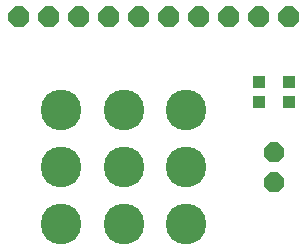
<source format=gbr>
G04 EAGLE Gerber RS-274X export*
G75*
%MOMM*%
%FSLAX34Y34*%
%LPD*%
%INSoldermask Top*%
%IPPOS*%
%AMOC8*
5,1,8,0,0,1.08239X$1,22.5*%
G01*
%ADD10P,1.814519X8X292.500000*%
%ADD11R,1.100000X1.000000*%
%ADD12C,3.450000*%
%ADD13P,1.924489X8X112.500000*%


D10*
X241300Y114300D03*
X241300Y88900D03*
D11*
X254000Y156600D03*
X254000Y173600D03*
D12*
X61300Y149600D03*
X114300Y149600D03*
X167300Y149600D03*
X61300Y101600D03*
X114300Y101600D03*
X167300Y101600D03*
X61300Y53600D03*
X114300Y53600D03*
X167300Y53600D03*
D11*
X228600Y156600D03*
X228600Y173600D03*
D13*
X25400Y228600D03*
X50800Y228600D03*
X76200Y228600D03*
X101600Y228600D03*
X127000Y228600D03*
X152400Y228600D03*
X177800Y228600D03*
X203200Y228600D03*
X228600Y228600D03*
X254000Y228600D03*
M02*

</source>
